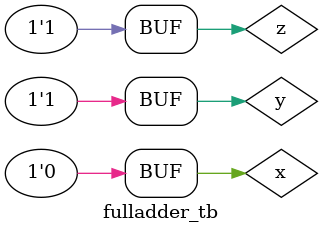
<source format=v>
module fulladder_tb;
reg x,y,z;
wire sum,carry;
fulladder u1(x,y,z,sum,carry);
initial begin
$monitor("%d x=%b, y=%b, z=%b, sum=%b, carry=%b",$time, x, y, z, sum, carry);
#20
x=0;
y=0;
z=0;
#20
x=0;
y=1;
z=0;
#20
x=1;
y=1;
z=1;
#20
x=0;
y=1;
z=1;
end
endmodule

</source>
